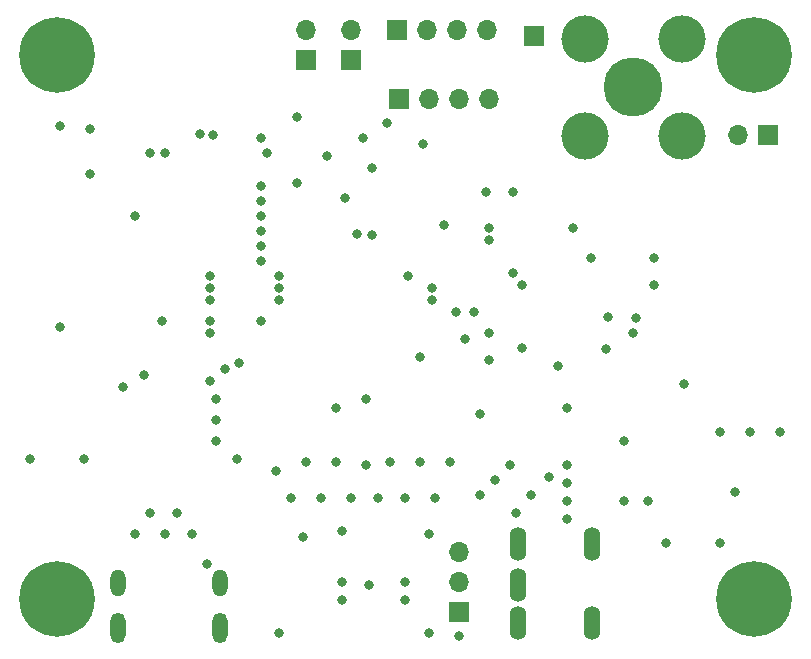
<source format=gbr>
%TF.GenerationSoftware,KiCad,Pcbnew,7.0.9-7.0.9~ubuntu22.04.1*%
%TF.CreationDate,2023-12-09T20:31:49+01:00*%
%TF.ProjectId,mp3alarm,6d703361-6c61-4726-9d2e-6b696361645f,v0.2*%
%TF.SameCoordinates,Original*%
%TF.FileFunction,Copper,L11,Inr*%
%TF.FilePolarity,Positive*%
%FSLAX46Y46*%
G04 Gerber Fmt 4.6, Leading zero omitted, Abs format (unit mm)*
G04 Created by KiCad (PCBNEW 7.0.9-7.0.9~ubuntu22.04.1) date 2023-12-09 20:31:49*
%MOMM*%
%LPD*%
G01*
G04 APERTURE LIST*
%TA.AperFunction,ComponentPad*%
%ADD10R,1.700000X1.700000*%
%TD*%
%TA.AperFunction,ComponentPad*%
%ADD11O,1.700000X1.700000*%
%TD*%
%TA.AperFunction,ComponentPad*%
%ADD12O,1.300000X2.300000*%
%TD*%
%TA.AperFunction,ComponentPad*%
%ADD13O,1.300000X2.600000*%
%TD*%
%TA.AperFunction,ComponentPad*%
%ADD14C,6.400000*%
%TD*%
%TA.AperFunction,ComponentPad*%
%ADD15O,1.422400X2.844800*%
%TD*%
%TA.AperFunction,ComponentPad*%
%ADD16C,5.000000*%
%TD*%
%TA.AperFunction,ComponentPad*%
%ADD17C,4.000000*%
%TD*%
%TA.AperFunction,ViaPad*%
%ADD18C,0.800000*%
%TD*%
G04 APERTURE END LIST*
D10*
%TO.N,GND*%
%TO.C,J3*%
X69088000Y-58425000D03*
D11*
%TO.N,SW1*%
X69088000Y-55885000D03*
%TD*%
D10*
%TO.N,SCL*%
%TO.C,J5*%
X76962000Y-61722000D03*
D11*
%TO.N,SDA*%
X79502000Y-61722000D03*
%TO.N,GND*%
X82042000Y-61722000D03*
%TO.N,VCC*%
X84582000Y-61722000D03*
%TD*%
D10*
%TO.N,TM_CLK*%
%TO.C,J6*%
X76761500Y-55880000D03*
D11*
%TO.N,TM_DIO*%
X79301500Y-55880000D03*
%TO.N,GND*%
X81841500Y-55880000D03*
%TO.N,+5V*%
X84381500Y-55880000D03*
%TD*%
D10*
%TO.N,GND*%
%TO.C,J2*%
X72898000Y-58425000D03*
D11*
%TO.N,SW0*%
X72898000Y-55885000D03*
%TD*%
D10*
%TO.N,Net-(J9-Pin_1)*%
%TO.C,J9*%
X88392000Y-56388000D03*
%TD*%
%TO.N,OUT_L*%
%TO.C,J1*%
X82042000Y-105156000D03*
D11*
%TO.N,GNDA*%
X82042000Y-102616000D03*
%TO.N,OUT_R*%
X82042000Y-100076000D03*
%TD*%
D10*
%TO.N,GND*%
%TO.C,J8*%
X108204000Y-64770000D03*
D11*
%TO.N,+5V*%
X105664000Y-64770000D03*
%TD*%
D12*
%TO.N,GND*%
%TO.C,J11*%
X53132000Y-102653000D03*
D13*
X53132000Y-106478000D03*
D12*
X61772000Y-102653000D03*
D13*
X61772000Y-106478000D03*
%TD*%
D14*
%TO.N,GND*%
%TO.C,H2*%
X48000000Y-104000000D03*
%TD*%
%TO.N,GND*%
%TO.C,H4*%
X107000000Y-58000000D03*
%TD*%
D15*
%TO.N,OUT_R*%
%TO.C,J4*%
X87020000Y-102879945D03*
%TO.N,GNDA*%
X87020000Y-106079945D03*
X93320000Y-106079945D03*
%TO.N,OUT_L*%
X87020000Y-99379945D03*
X93320000Y-99379945D03*
%TD*%
D14*
%TO.N,GND*%
%TO.C,H3*%
X107000000Y-104000000D03*
%TD*%
D16*
%TO.N,Net-(J10-In)*%
%TO.C,J10*%
X96774000Y-60706000D03*
D17*
%TO.N,GND*%
X92659000Y-56591000D03*
X92659000Y-64821000D03*
X100889000Y-56591000D03*
X100889000Y-64821000D03*
%TD*%
D14*
%TO.N,GND*%
%TO.C,H1*%
X48000000Y-58000000D03*
%TD*%
D18*
%TO.N,GND*%
X50292000Y-92202000D03*
X94461762Y-82871459D03*
X50800000Y-68072000D03*
X104140000Y-89916000D03*
X81788000Y-79756000D03*
X84582000Y-72644000D03*
X71628000Y-92456000D03*
X61468000Y-87122000D03*
X57150000Y-98552000D03*
X68326000Y-63246000D03*
X61468000Y-88900000D03*
X82550000Y-82042000D03*
X56896000Y-80518000D03*
X72136000Y-98298000D03*
X66802000Y-106934000D03*
X77724000Y-76708000D03*
X84582000Y-73660000D03*
X78740000Y-83566000D03*
X60706000Y-101092000D03*
X77470000Y-104140000D03*
X72136000Y-104140000D03*
X76200000Y-92456000D03*
X68834000Y-98806000D03*
X60960000Y-80518000D03*
X65786000Y-66294000D03*
X53594000Y-86106000D03*
X78740000Y-92456000D03*
X78994000Y-65532000D03*
X77470000Y-102616000D03*
X87376000Y-82804000D03*
X59436000Y-98552000D03*
X83820000Y-88392000D03*
X54610000Y-71628000D03*
X74168000Y-87122000D03*
X106680000Y-89916000D03*
X71628000Y-87884000D03*
X83312000Y-79756000D03*
X50800000Y-64262000D03*
X98552000Y-77470000D03*
X81280000Y-92456000D03*
X72136000Y-102616000D03*
X79502000Y-98552000D03*
X84328000Y-69596000D03*
X73914000Y-65024000D03*
X54610000Y-98552000D03*
X79502000Y-106934000D03*
X45720000Y-92202000D03*
X69088000Y-92456000D03*
X109220000Y-89916000D03*
X61468000Y-90678000D03*
X87376000Y-77470000D03*
%TO.N,VCC*%
X93218000Y-75184000D03*
X65278000Y-65024000D03*
X74676000Y-73170500D03*
X66548000Y-93218000D03*
X98552000Y-75184000D03*
X63246000Y-92202000D03*
X63363502Y-84074000D03*
X74168000Y-92710000D03*
X91645000Y-72644000D03*
X75946000Y-63754000D03*
X74422000Y-102870000D03*
%TO.N,SDA*%
X68326000Y-68834000D03*
X72390000Y-70104000D03*
%TO.N,SCL*%
X70866000Y-66548000D03*
%TO.N,TM_CLK*%
X55880000Y-66294000D03*
X60101349Y-64673349D03*
%TO.N,TM_DIO*%
X57150000Y-66294000D03*
X61214000Y-64770000D03*
%TO.N,+5V*%
X86614000Y-76454000D03*
X86614000Y-69596000D03*
%TO.N,SD_CLK*%
X72898000Y-95504000D03*
X65278000Y-72898000D03*
%TO.N,SD_CMD*%
X75184000Y-95504000D03*
X65278000Y-71628000D03*
%TO.N,Net-(U3-EN)*%
X48260000Y-64008000D03*
X55372000Y-85090000D03*
X48260000Y-81026000D03*
%TO.N,I2S_LRC*%
X66802000Y-76708000D03*
X80772000Y-72390000D03*
X97028000Y-80264000D03*
X60960000Y-76708000D03*
%TO.N,I2S_DIN*%
X66802000Y-78740000D03*
X79756000Y-78740000D03*
X96774000Y-81534000D03*
X60960000Y-78740000D03*
%TO.N,I2S_BCLK*%
X66802000Y-77724000D03*
X60960000Y-77724000D03*
X79756000Y-77724000D03*
X94653460Y-80167076D03*
%TO.N,I2S_MUTE*%
X90424000Y-84328000D03*
X60960000Y-81534000D03*
X65278000Y-80518000D03*
X84582000Y-81534000D03*
%TO.N,Net-(IC1-RCLK)*%
X74676000Y-67564000D03*
X73406000Y-73152000D03*
%TO.N,GNDA*%
X86360000Y-92710000D03*
X96012000Y-95758000D03*
X85090000Y-93980000D03*
X91186000Y-95758000D03*
X82042000Y-107188000D03*
X96012000Y-90678000D03*
X86868000Y-96774000D03*
X88138000Y-95250000D03*
X89662000Y-93726000D03*
X91186000Y-92710000D03*
X83820000Y-95250000D03*
X91186000Y-94234000D03*
X91186000Y-97282000D03*
%TO.N,SD_D2*%
X80010000Y-95504000D03*
X65278000Y-69088000D03*
%TO.N,SD_D3*%
X77470000Y-95504000D03*
X65278000Y-70358000D03*
%TO.N,SD_D0*%
X65278000Y-74168000D03*
X70358000Y-95504000D03*
%TO.N,SD_D1*%
X65278000Y-75438000D03*
X67818000Y-95504000D03*
%TO.N,USB_D-*%
X58166000Y-96774000D03*
X60960000Y-85598000D03*
%TO.N,USB_D+*%
X62230000Y-84582000D03*
X55880000Y-96774000D03*
%TO.N,Net-(C15-Pad2)*%
X98044000Y-95758000D03*
X105410000Y-94996000D03*
%TO.N,Net-(C16-Pad2)*%
X104140000Y-99314000D03*
X99568000Y-99314000D03*
%TO.N,OUT_L*%
X91186000Y-87884000D03*
%TO.N,I2S_DEEM*%
X84582000Y-83820000D03*
X101092000Y-85852000D03*
%TD*%
M02*

</source>
